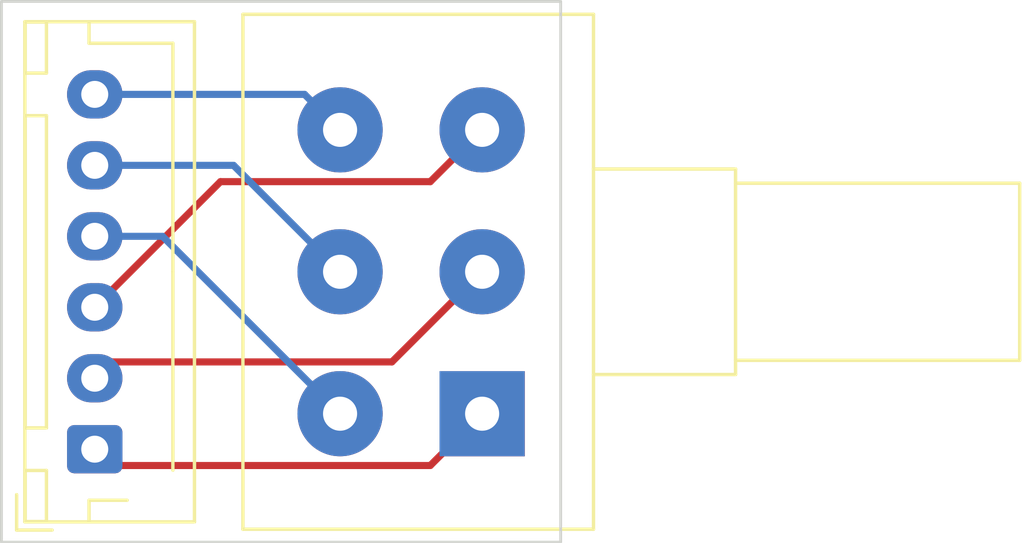
<source format=kicad_pcb>
(kicad_pcb (version 20211014) (generator pcbnew)
  (layers (0 "F.Cu" signal) (31 "B.Cu" signal) (34 "B.Paste" user) (35 "F.Paste" user) (36 "B.SilkS" user "B.Silkscreen") (37 "F.SilkS" user "F.Silkscreen") (38 "B.Mask" user) (39 "F.Mask" user) (44 "Edge.Cuts" user))
  (net 0 "")
  (net 1 "Net-(J1-Pad1)")
  (net 2 "Net-(J1-Pad2)")
  (net 3 "Net-(J1-Pad3)")
  (net 4 "Net-(J1-Pad4)")
  (net 5 "Net-(J1-Pad5)")
  (net 6 "Net-(J1-Pad6)")
  (footprint "Connector_JST:JST_XH_B6B-XH-AM_1x06_P2.50mm_Vertical" (layer "F.Cu") (at 134.095 106.58 90)
    (fp_text reference "J1" hide)
    (fp_text value "Pot")
    (fp_line (start 13.25 -1.7) (end 15.05 -1.7) (layer "F.SilkS") (width 0.12))
    (fp_line (start -1.8 -0.2) (end -1.8 1.14) (layer "F.SilkS") (width 0.12))
    (fp_line (start 14.3 2.75) (end 6.25 2.75) (layer "F.SilkS") (width 0.12))
    (fp_line (start 0.75 -2.45) (end 0.75 -1.7) (layer "F.SilkS") (width 0.12))
    (fp_line (start 15.05 -1.7) (end 15.05 -2.45) (layer "F.SilkS") (width 0.12))
    (fp_line (start 14.3 -0.2) (end 14.3 2.75) (layer "F.SilkS") (width 0.12))
    (fp_line (start -2.56 3.51) (end 15.06 3.51) (layer "F.SilkS") (width 0.12))
    (fp_line (start -2.55 -0.2) (end -1.8 -0.2) (layer "F.SilkS") (width 0.12))
    (fp_line (start -2.56 -2.46) (end -2.56 3.51) (layer "F.SilkS") (width 0.12))
    (fp_line (start 0.75 -1.7) (end 11.75 -1.7) (layer "F.SilkS") (width 0.12))
    (fp_line (start -2.85 -2.75) (end -2.85 -1.5) (layer "F.SilkS") (width 0.12))
    (fp_line (start -1.6 -2.75) (end -2.85 -2.75) (layer "F.SilkS") (width 0.12))
    (fp_line (start -0.75 -1.7) (end -0.75 -2.45) (layer "F.SilkS") (width 0.12))
    (fp_line (start -0.75 -2.45) (end -2.55 -2.45) (layer "F.SilkS") (width 0.12))
    (fp_line (start 6.25 2.75) (end -0.74 2.75) (layer "F.SilkS") (width 0.12))
    (fp_line (start 11.75 -1.7) (end 11.75 -2.45) (layer "F.SilkS") (width 0.12))
    (fp_line (start -2.55 -1.7) (end -0.75 -1.7) (layer "F.SilkS") (width 0.12))
    (fp_line (start 15.06 3.51) (end 15.06 -2.46) (layer "F.SilkS") (width 0.12))
    (fp_line (start 15.05 -2.45) (end 13.25 -2.45) (layer "F.SilkS") (width 0.12))
    (fp_line (start 13.25 -2.45) (end 13.25 -1.7) (layer "F.SilkS") (width 0.12))
    (fp_line (start -2.55 -2.45) (end -2.55 -1.7) (layer "F.SilkS") (width 0.12))
    (fp_line (start 15.06 -2.46) (end -2.56 -2.46) (layer "F.SilkS") (width 0.12))
    (fp_line (start 15.05 -0.2) (end 14.3 -0.2) (layer "F.SilkS") (width 0.12))
    (fp_line (start 11.75 -2.45) (end 0.75 -2.45) (layer "F.SilkS") (width 0.12))
    (pad "" np_thru_hole circle (at -1.6 2 90) (size 1.2 1.2) (drill 1.2) (layers *.Cu *.Mask))
    (pad "1" thru_hole roundrect (at 0 0 90) (size 1.7 1.95) (drill 0.95) (layers *.Cu *.Mask) (roundrect_rratio 0.147059) (net 1 "Net-(J1-Pad1)"))
    (pad "2" thru_hole oval (at 2.5 0 90) (size 1.7 1.95) (drill 0.95) (layers *.Cu *.Mask) (net 2 "Net-(J1-Pad2)"))
    (pad "3" thru_hole oval (at 5 0 90) (size 1.7 1.95) (drill 0.95) (layers *.Cu *.Mask) (net 3 "Net-(J1-Pad3)"))
    (pad "4" thru_hole oval (at 7.5 0 90) (size 1.7 1.95) (drill 0.95) (layers *.Cu *.Mask) (net 4 "Net-(J1-Pad4)"))
    (pad "5" thru_hole oval (at 10 0 90) (size 1.7 1.95) (drill 0.95) (layers *.Cu *.Mask) (net 5 "Net-(J1-Pad5)"))
    (pad "6" thru_hole oval (at 12.5 0 90) (size 1.7 1.95) (drill 0.95) (layers *.Cu *.Mask) (net 6 "Net-(J1-Pad6)"))
  )
  (footprint "Potentiometer_THT:Potentiometer_Alps_RK163_Dual_Horizontal" (layer "F.Cu") (at 147.73 105.33 180)
    (fp_text reference "RV1" hide)
    (fp_text value "Pot" hide)
    (fp_line (start -3.92 14.07) (end -3.92 -4.07) (layer "F.SilkS") (width 0.12))
    (fp_line (start 8.42 14.07) (end 8.42 -4.07) (layer "F.SilkS") (width 0.12))
    (fp_line (start 8.42 14.07) (end -3.92 14.07) (layer "F.SilkS") (width 0.12))
    (fp_line (start 8.42 -4.07) (end -3.92 -4.07) (layer "F.SilkS") (width 0.12))
    (fp_line (start -8.92 8.12) (end -18.92 8.12) (layer "F.SilkS") (width 0.12))
    (fp_line (start -3.92 1.38) (end -8.92 1.38) (layer "F.SilkS") (width 0.12))
    (fp_line (start -3.92 8.62) (end -8.92 8.62) (layer "F.SilkS") (width 0.12))
    (fp_line (start -8.92 1.88) (end -18.92 1.88) (layer "F.SilkS") (width 0.12))
    (fp_line (start -8.92 8.62) (end -8.92 1.38) (layer "F.SilkS") (width 0.12))
    (fp_line (start -18.92 8.12) (end -18.92 1.88) (layer "F.SilkS") (width 0.12))
    (pad "1" thru_hole rect (at 0 0) (size 3 3) (drill 1.2) (layers *.Cu *.Mask) (net 1 "Net-(J1-Pad1)"))
    (pad "2" thru_hole circle (at 0 5) (size 3 3) (drill 1.2) (layers *.Cu *.Mask) (net 2 "Net-(J1-Pad2)"))
    (pad "3" thru_hole circle (at 0 10) (size 3 3) (drill 1.2) (layers *.Cu *.Mask) (net 3 "Net-(J1-Pad3)"))
    (pad "4" thru_hole circle (at 5 0) (size 3 3) (drill 1.2) (layers *.Cu *.Mask) (net 4 "Net-(J1-Pad4)"))
    (pad "5" thru_hole circle (at 5 5) (size 3 3) (drill 1.2) (layers *.Cu *.Mask) (net 5 "Net-(J1-Pad5)"))
    (pad "6" thru_hole circle (at 5 10) (size 3 3) (drill 1.2) (layers *.Cu *.Mask) (net 6 "Net-(J1-Pad6)"))
  )
  (gr_rect (start 130.81 90.805) (end 150.495 109.855) (layer "Edge.Cuts") (width 0.1) (fill none))
  (segment (start 134.67 107.155) (end 145.905 107.155) (width 0.25) (layer "F.Cu") (net 1))
  (segment (start 134.095 106.58) (end 134.67 107.155) (width 0.25) (layer "F.Cu") (net 1))
  (segment (start 145.905 107.155) (end 147.73 105.33) (width 0.25) (layer "F.Cu") (net 1))
  (segment (start 144.555 103.505) (end 147.73 100.33) (width 0.25) (layer "F.Cu") (net 2))
  (segment (start 134.67 103.505) (end 144.555 103.505) (width 0.25) (layer "F.Cu") (net 2))
  (segment (start 134.095 104.08) (end 134.67 103.505) (width 0.25) (layer "F.Cu") (net 2))
  (segment (start 145.905 97.155) (end 147.73 95.33) (width 0.25) (layer "F.Cu") (net 3))
  (segment (start 134.095 101.58) (end 138.52 97.155) (width 0.25) (layer "F.Cu") (net 3))
  (segment (start 138.52 97.155) (end 145.905 97.155) (width 0.25) (layer "F.Cu") (net 3))
  (segment (start 134.095 99.08) (end 136.48 99.08) (width 0.25) (layer "B.Cu") (net 4))
  (segment (start 136.48 99.08) (end 142.73 105.33) (width 0.25) (layer "B.Cu") (net 4))
  (segment (start 134.095 96.58) (end 138.98 96.58) (width 0.25) (layer "B.Cu") (net 5))
  (segment (start 138.98 96.58) (end 142.73 100.33) (width 0.25) (layer "B.Cu") (net 5))
  (segment (start 134.095 94.08) (end 141.48 94.08) (width 0.25) (layer "B.Cu") (net 6))
  (segment (start 141.48 94.08) (end 142.73 95.33) (width 0.25) (layer "B.Cu") (net 6))
)
</source>
